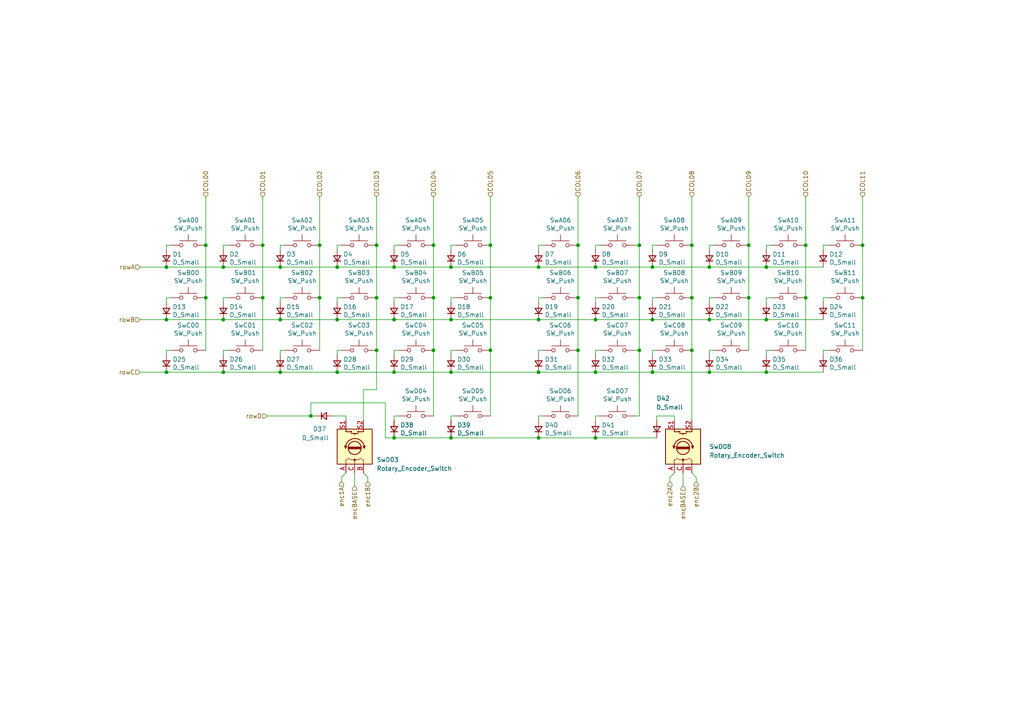
<source format=kicad_sch>
(kicad_sch (version 20210621) (generator eeschema)
  (paper "A4")
  (lib_symbols
    (symbol "Device:D_Small" (pin_numbers hide) (pin_names (offset 0.254) hide)
      (property "Reference" "D" (at -1.27 2.032 0))
      (property "Value" "Device_D_Small" (at -3.81 -2.032 0))
      (symbol "D_Small_0_1"
        (polyline (pts (xy -0.762 -1.016) (xy -0.762 1.016)) (stroke (width 0.254)))
        (polyline (pts (xy -0.762 0) (xy 0.762 0)))
        (polyline (pts (xy 0.762 -1.016) (xy -0.762 0) (xy 0.762 1.016) (xy 0.762 -1.016)) (stroke (width 0.254)))
      )
      (symbol "D_Small_1_1"
        (pin passive line (at -2.54 0 0) (length 1.778) (name "K") (number "1"))
        (pin passive line (at 2.54 0 180) (length 1.778) (name "A") (number "2"))
      )
    )
    (symbol "Device:Rotary_Encoder_Switch" (pin_names (offset 0.254) hide)
      (property "Reference" "SW" (at 0 6.604 0))
      (property "Value" "Device_Rotary_Encoder_Switch" (at 0 -6.604 0))
      (symbol "Rotary_Encoder_Switch_0_1"
        (arc (start -0.381 -2.794) (end -0.381 2.667) (radius (at -0.381 -0.0508) (length 2.7432) (angles -89.9 89.9)) (stroke (width 0.254)))
        (circle (center -0.381 0) (radius 1.905) (stroke (width 0.254)))
        (circle (center 4.318 -1.016) (radius 0.127) (stroke (width 0.254)))
        (circle (center 4.318 1.016) (radius 0.127) (stroke (width 0.254)))
        (circle (center -3.81 0) (radius 0.254) (fill (type outline)))
        (rectangle (start -5.08 5.08) (end 5.08 -5.08) (stroke (width 0.254)) (fill (type background)))
        (polyline (pts (xy -0.635 -1.778) (xy -0.635 1.778)) (stroke (width 0.254)))
        (polyline (pts (xy -0.381 -1.778) (xy -0.381 1.778)) (stroke (width 0.254)))
        (polyline (pts (xy -0.127 1.778) (xy -0.127 -1.778)) (stroke (width 0.254)))
        (polyline (pts (xy 3.81 0) (xy 3.429 0)) (stroke (width 0.254)))
        (polyline (pts (xy 3.81 1.016) (xy 3.81 -1.016)) (stroke (width 0.254)))
        (polyline (pts (xy -5.08 -2.54) (xy -3.81 -2.54) (xy -3.81 -2.032)))
        (polyline (pts (xy -5.08 2.54) (xy -3.81 2.54) (xy -3.81 2.032)))
        (polyline (pts (xy 0.254 -3.048) (xy -0.508 -2.794) (xy 0.127 -2.413)) (stroke (width 0.254)))
        (polyline (pts (xy 0.254 2.921) (xy -0.508 2.667) (xy 0.127 2.286)) (stroke (width 0.254)))
        (polyline (pts (xy 5.08 -2.54) (xy 4.318 -2.54) (xy 4.318 -1.016)) (stroke (width 0.254)))
        (polyline (pts (xy 5.08 2.54) (xy 4.318 2.54) (xy 4.318 1.016)) (stroke (width 0.254)))
        (polyline (pts (xy -5.08 0) (xy -3.81 0) (xy -3.81 -1.016) (xy -3.302 -2.032)))
        (polyline (pts (xy -4.318 0) (xy -3.81 0) (xy -3.81 1.016) (xy -3.302 2.032)))
      )
      (symbol "Rotary_Encoder_Switch_1_1"
        (pin passive line (at -7.62 2.54 0) (length 2.54) (name "A") (number "A"))
        (pin passive line (at -7.62 -2.54 0) (length 2.54) (name "B") (number "B"))
        (pin passive line (at -7.62 0 0) (length 2.54) (name "C") (number "C"))
        (pin passive line (at 7.62 2.54 180) (length 2.54) (name "S1") (number "S1"))
        (pin passive line (at 7.62 -2.54 180) (length 2.54) (name "S2") (number "S2"))
      )
    )
    (symbol "Switch:SW_Push" (pin_numbers hide) (pin_names (offset 1.016) hide)
      (property "Reference" "SW" (at 1.27 2.54 0))
      (property "Value" "Switch_SW_Push" (at 0 -1.524 0))
      (symbol "SW_Push_0_1"
        (circle (center -2.032 0) (radius 0.508))
        (circle (center 2.032 0) (radius 0.508))
        (polyline (pts (xy 0 1.27) (xy 0 3.048)))
        (polyline (pts (xy 2.54 1.27) (xy -2.54 1.27)))
        (pin passive line (at -5.08 0 0) (length 2.54) (name "1") (number "1"))
        (pin passive line (at 5.08 0 180) (length 2.54) (name "2") (number "2"))
      )
    )
  )
  (junction (at 48.26 77.47))
  (junction (at 48.26 92.71))
  (junction (at 48.26 107.95))
  (junction (at 59.69 71.12))
  (junction (at 59.69 86.36))
  (junction (at 64.77 77.47))
  (junction (at 64.77 92.71))
  (junction (at 64.77 107.95))
  (junction (at 76.2 71.12))
  (junction (at 76.2 86.36))
  (junction (at 81.28 77.47))
  (junction (at 81.28 92.71))
  (junction (at 81.28 107.95))
  (junction (at 90.17 120.65))
  (junction (at 92.71 71.12))
  (junction (at 92.71 86.36))
  (junction (at 97.79 77.47))
  (junction (at 97.79 92.71))
  (junction (at 97.79 107.95))
  (junction (at 109.22 71.12))
  (junction (at 109.22 86.36))
  (junction (at 109.22 101.6))
  (junction (at 114.3 77.47))
  (junction (at 114.3 92.71))
  (junction (at 114.3 107.95))
  (junction (at 114.3 127))
  (junction (at 125.73 71.12))
  (junction (at 125.73 86.36))
  (junction (at 125.73 101.6))
  (junction (at 130.81 77.47))
  (junction (at 130.81 92.71))
  (junction (at 130.81 107.95))
  (junction (at 130.81 127))
  (junction (at 142.24 71.12))
  (junction (at 142.24 86.36))
  (junction (at 142.24 101.6))
  (junction (at 156.21 77.47))
  (junction (at 156.21 92.71))
  (junction (at 156.21 107.95))
  (junction (at 156.21 127))
  (junction (at 167.64 71.12))
  (junction (at 167.64 86.36))
  (junction (at 167.64 101.6))
  (junction (at 172.72 77.47))
  (junction (at 172.72 92.71))
  (junction (at 172.72 107.95))
  (junction (at 172.72 127))
  (junction (at 185.42 71.12))
  (junction (at 185.42 86.36))
  (junction (at 185.42 101.6))
  (junction (at 189.23 77.47))
  (junction (at 189.23 92.71))
  (junction (at 189.23 107.95))
  (junction (at 200.66 71.12))
  (junction (at 200.66 86.36))
  (junction (at 200.66 101.6))
  (junction (at 205.74 77.47))
  (junction (at 205.74 92.71))
  (junction (at 205.74 107.95))
  (junction (at 217.17 71.12))
  (junction (at 217.17 86.36))
  (junction (at 222.25 77.47))
  (junction (at 222.25 92.71))
  (junction (at 222.25 107.95))
  (junction (at 233.68 71.12))
  (junction (at 233.68 86.36))
  (junction (at 250.19 71.12))
  (junction (at 250.19 86.36))
  (wire (pts (xy 40.64 77.47) (xy 48.26 77.47)))
  (wire (pts (xy 40.64 92.71) (xy 48.26 92.71)))
  (wire (pts (xy 40.64 107.95) (xy 48.26 107.95)))
  (wire (pts (xy 48.26 71.12) (xy 49.53 71.12)))
  (wire (pts (xy 48.26 72.39) (xy 48.26 71.12)))
  (wire (pts (xy 48.26 77.47) (xy 64.77 77.47)))
  (wire (pts (xy 48.26 86.36) (xy 49.53 86.36)))
  (wire (pts (xy 48.26 87.63) (xy 48.26 86.36)))
  (wire (pts (xy 48.26 92.71) (xy 64.77 92.71)))
  (wire (pts (xy 48.26 101.6) (xy 49.53 101.6)))
  (wire (pts (xy 48.26 102.87) (xy 48.26 101.6)))
  (wire (pts (xy 48.26 107.95) (xy 64.77 107.95)))
  (wire (pts (xy 59.69 57.15) (xy 59.69 71.12)))
  (wire (pts (xy 59.69 71.12) (xy 59.69 86.36)))
  (wire (pts (xy 59.69 86.36) (xy 59.69 101.6)))
  (wire (pts (xy 64.77 71.12) (xy 66.04 71.12)))
  (wire (pts (xy 64.77 72.39) (xy 64.77 71.12)))
  (wire (pts (xy 64.77 77.47) (xy 81.28 77.47)))
  (wire (pts (xy 64.77 86.36) (xy 66.04 86.36)))
  (wire (pts (xy 64.77 87.63) (xy 64.77 86.36)))
  (wire (pts (xy 64.77 92.71) (xy 81.28 92.71)))
  (wire (pts (xy 64.77 101.6) (xy 66.04 101.6)))
  (wire (pts (xy 64.77 102.87) (xy 64.77 101.6)))
  (wire (pts (xy 64.77 107.95) (xy 81.28 107.95)))
  (wire (pts (xy 76.2 57.15) (xy 76.2 71.12)))
  (wire (pts (xy 76.2 71.12) (xy 76.2 86.36)))
  (wire (pts (xy 76.2 86.36) (xy 76.2 101.6)))
  (wire (pts (xy 77.47 120.65) (xy 90.17 120.65)))
  (wire (pts (xy 81.28 71.12) (xy 82.55 71.12)))
  (wire (pts (xy 81.28 72.39) (xy 81.28 71.12)))
  (wire (pts (xy 81.28 77.47) (xy 97.79 77.47)))
  (wire (pts (xy 81.28 86.36) (xy 82.55 86.36)))
  (wire (pts (xy 81.28 87.63) (xy 81.28 86.36)))
  (wire (pts (xy 81.28 92.71) (xy 97.79 92.71)))
  (wire (pts (xy 81.28 101.6) (xy 82.55 101.6)))
  (wire (pts (xy 81.28 102.87) (xy 81.28 101.6)))
  (wire (pts (xy 81.28 107.95) (xy 97.79 107.95)))
  (wire (pts (xy 90.17 116.84) (xy 90.17 120.65)))
  (wire (pts (xy 90.17 120.65) (xy 91.44 120.65)))
  (wire (pts (xy 92.71 57.15) (xy 92.71 71.12)))
  (wire (pts (xy 92.71 71.12) (xy 92.71 86.36)))
  (wire (pts (xy 92.71 86.36) (xy 92.71 101.6)))
  (wire (pts (xy 97.79 71.12) (xy 99.06 71.12)))
  (wire (pts (xy 97.79 72.39) (xy 97.79 71.12)))
  (wire (pts (xy 97.79 77.47) (xy 114.3 77.47)))
  (wire (pts (xy 97.79 86.36) (xy 99.06 86.36)))
  (wire (pts (xy 97.79 87.63) (xy 97.79 86.36)))
  (wire (pts (xy 97.79 92.71) (xy 114.3 92.71)))
  (wire (pts (xy 97.79 101.6) (xy 99.06 101.6)))
  (wire (pts (xy 97.79 102.87) (xy 97.79 101.6)))
  (wire (pts (xy 97.79 107.95) (xy 114.3 107.95)))
  (wire (pts (xy 99.06 138.43) (xy 99.06 139.7)))
  (wire (pts (xy 100.33 120.65) (xy 96.52 120.65)))
  (wire (pts (xy 100.33 121.92) (xy 100.33 120.65)))
  (wire (pts (xy 100.33 137.16) (xy 99.06 138.43)))
  (wire (pts (xy 102.87 140.97) (xy 102.87 137.16)))
  (wire (pts (xy 105.41 113.03) (xy 105.41 121.92)))
  (wire (pts (xy 105.41 137.16) (xy 106.68 138.43)))
  (wire (pts (xy 106.68 139.7) (xy 106.68 138.43)))
  (wire (pts (xy 109.22 57.15) (xy 109.22 71.12)))
  (wire (pts (xy 109.22 71.12) (xy 109.22 86.36)))
  (wire (pts (xy 109.22 86.36) (xy 109.22 101.6)))
  (wire (pts (xy 109.22 101.6) (xy 109.22 113.03)))
  (wire (pts (xy 109.22 113.03) (xy 105.41 113.03)))
  (wire (pts (xy 111.76 116.84) (xy 90.17 116.84)))
  (wire (pts (xy 111.76 127) (xy 111.76 116.84)))
  (wire (pts (xy 114.3 71.12) (xy 115.57 71.12)))
  (wire (pts (xy 114.3 72.39) (xy 114.3 71.12)))
  (wire (pts (xy 114.3 77.47) (xy 130.81 77.47)))
  (wire (pts (xy 114.3 86.36) (xy 115.57 86.36)))
  (wire (pts (xy 114.3 87.63) (xy 114.3 86.36)))
  (wire (pts (xy 114.3 92.71) (xy 130.81 92.71)))
  (wire (pts (xy 114.3 101.6) (xy 115.57 101.6)))
  (wire (pts (xy 114.3 102.87) (xy 114.3 101.6)))
  (wire (pts (xy 114.3 107.95) (xy 130.81 107.95)))
  (wire (pts (xy 114.3 120.65) (xy 115.57 120.65)))
  (wire (pts (xy 114.3 121.92) (xy 114.3 120.65)))
  (wire (pts (xy 114.3 127) (xy 111.76 127)))
  (wire (pts (xy 114.3 127) (xy 130.81 127)))
  (wire (pts (xy 125.73 57.15) (xy 125.73 71.12)))
  (wire (pts (xy 125.73 71.12) (xy 125.73 86.36)))
  (wire (pts (xy 125.73 86.36) (xy 125.73 101.6)))
  (wire (pts (xy 125.73 101.6) (xy 125.73 120.65)))
  (wire (pts (xy 130.81 71.12) (xy 132.08 71.12)))
  (wire (pts (xy 130.81 72.39) (xy 130.81 71.12)))
  (wire (pts (xy 130.81 77.47) (xy 156.21 77.47)))
  (wire (pts (xy 130.81 86.36) (xy 132.08 86.36)))
  (wire (pts (xy 130.81 87.63) (xy 130.81 86.36)))
  (wire (pts (xy 130.81 92.71) (xy 156.21 92.71)))
  (wire (pts (xy 130.81 101.6) (xy 132.08 101.6)))
  (wire (pts (xy 130.81 102.87) (xy 130.81 101.6)))
  (wire (pts (xy 130.81 107.95) (xy 156.21 107.95)))
  (wire (pts (xy 130.81 120.65) (xy 132.08 120.65)))
  (wire (pts (xy 130.81 121.92) (xy 130.81 120.65)))
  (wire (pts (xy 130.81 127) (xy 156.21 127)))
  (wire (pts (xy 142.24 57.15) (xy 142.24 71.12)))
  (wire (pts (xy 142.24 71.12) (xy 142.24 86.36)))
  (wire (pts (xy 142.24 86.36) (xy 142.24 101.6)))
  (wire (pts (xy 142.24 101.6) (xy 142.24 120.65)))
  (wire (pts (xy 156.21 71.12) (xy 157.48 71.12)))
  (wire (pts (xy 156.21 72.39) (xy 156.21 71.12)))
  (wire (pts (xy 156.21 77.47) (xy 172.72 77.47)))
  (wire (pts (xy 156.21 86.36) (xy 157.48 86.36)))
  (wire (pts (xy 156.21 87.63) (xy 156.21 86.36)))
  (wire (pts (xy 156.21 92.71) (xy 172.72 92.71)))
  (wire (pts (xy 156.21 101.6) (xy 157.48 101.6)))
  (wire (pts (xy 156.21 102.87) (xy 156.21 101.6)))
  (wire (pts (xy 156.21 107.95) (xy 172.72 107.95)))
  (wire (pts (xy 156.21 120.65) (xy 157.48 120.65)))
  (wire (pts (xy 156.21 121.92) (xy 156.21 120.65)))
  (wire (pts (xy 156.21 127) (xy 172.72 127)))
  (wire (pts (xy 167.64 57.15) (xy 167.64 71.12)))
  (wire (pts (xy 167.64 71.12) (xy 167.64 86.36)))
  (wire (pts (xy 167.64 86.36) (xy 167.64 101.6)))
  (wire (pts (xy 167.64 101.6) (xy 167.64 120.65)))
  (wire (pts (xy 172.72 71.12) (xy 173.99 71.12)))
  (wire (pts (xy 172.72 72.39) (xy 172.72 71.12)))
  (wire (pts (xy 172.72 77.47) (xy 189.23 77.47)))
  (wire (pts (xy 172.72 86.36) (xy 173.99 86.36)))
  (wire (pts (xy 172.72 87.63) (xy 172.72 86.36)))
  (wire (pts (xy 172.72 92.71) (xy 189.23 92.71)))
  (wire (pts (xy 172.72 101.6) (xy 173.99 101.6)))
  (wire (pts (xy 172.72 102.87) (xy 172.72 101.6)))
  (wire (pts (xy 172.72 107.95) (xy 189.23 107.95)))
  (wire (pts (xy 172.72 120.65) (xy 173.99 120.65)))
  (wire (pts (xy 172.72 121.92) (xy 172.72 120.65)))
  (wire (pts (xy 184.15 71.12) (xy 185.42 71.12)))
  (wire (pts (xy 184.15 86.36) (xy 185.42 86.36)))
  (wire (pts (xy 184.15 101.6) (xy 185.42 101.6)))
  (wire (pts (xy 185.42 57.15) (xy 185.42 71.12)))
  (wire (pts (xy 185.42 71.12) (xy 185.42 86.36)))
  (wire (pts (xy 185.42 86.36) (xy 185.42 101.6)))
  (wire (pts (xy 185.42 101.6) (xy 185.42 120.65)))
  (wire (pts (xy 185.42 120.65) (xy 184.15 120.65)))
  (wire (pts (xy 189.23 71.12) (xy 190.5 71.12)))
  (wire (pts (xy 189.23 72.39) (xy 189.23 71.12)))
  (wire (pts (xy 189.23 77.47) (xy 205.74 77.47)))
  (wire (pts (xy 189.23 86.36) (xy 190.5 86.36)))
  (wire (pts (xy 189.23 87.63) (xy 189.23 86.36)))
  (wire (pts (xy 189.23 92.71) (xy 205.74 92.71)))
  (wire (pts (xy 189.23 101.6) (xy 190.5 101.6)))
  (wire (pts (xy 189.23 102.87) (xy 189.23 101.6)))
  (wire (pts (xy 189.23 107.95) (xy 205.74 107.95)))
  (wire (pts (xy 190.5 120.65) (xy 190.5 121.92)))
  (wire (pts (xy 190.5 127) (xy 172.72 127)))
  (wire (pts (xy 194.31 138.43) (xy 194.31 139.7)))
  (wire (pts (xy 195.58 120.65) (xy 190.5 120.65)))
  (wire (pts (xy 195.58 121.92) (xy 195.58 120.65)))
  (wire (pts (xy 195.58 137.16) (xy 194.31 138.43)))
  (wire (pts (xy 198.12 140.97) (xy 198.12 137.16)))
  (wire (pts (xy 200.66 57.15) (xy 200.66 71.12)))
  (wire (pts (xy 200.66 71.12) (xy 200.66 86.36)))
  (wire (pts (xy 200.66 86.36) (xy 200.66 101.6)))
  (wire (pts (xy 200.66 101.6) (xy 200.66 121.92)))
  (wire (pts (xy 200.66 137.16) (xy 201.93 138.43)))
  (wire (pts (xy 201.93 138.43) (xy 201.93 139.7)))
  (wire (pts (xy 205.74 71.12) (xy 207.01 71.12)))
  (wire (pts (xy 205.74 72.39) (xy 205.74 71.12)))
  (wire (pts (xy 205.74 77.47) (xy 222.25 77.47)))
  (wire (pts (xy 205.74 86.36) (xy 207.01 86.36)))
  (wire (pts (xy 205.74 87.63) (xy 205.74 86.36)))
  (wire (pts (xy 205.74 92.71) (xy 222.25 92.71)))
  (wire (pts (xy 205.74 101.6) (xy 207.01 101.6)))
  (wire (pts (xy 205.74 102.87) (xy 205.74 101.6)))
  (wire (pts (xy 205.74 107.95) (xy 222.25 107.95)))
  (wire (pts (xy 217.17 57.15) (xy 217.17 71.12)))
  (wire (pts (xy 217.17 71.12) (xy 217.17 86.36)))
  (wire (pts (xy 217.17 86.36) (xy 217.17 101.6)))
  (wire (pts (xy 222.25 71.12) (xy 223.52 71.12)))
  (wire (pts (xy 222.25 72.39) (xy 222.25 71.12)))
  (wire (pts (xy 222.25 77.47) (xy 238.76 77.47)))
  (wire (pts (xy 222.25 86.36) (xy 223.52 86.36)))
  (wire (pts (xy 222.25 87.63) (xy 222.25 86.36)))
  (wire (pts (xy 222.25 92.71) (xy 238.76 92.71)))
  (wire (pts (xy 222.25 101.6) (xy 223.52 101.6)))
  (wire (pts (xy 222.25 102.87) (xy 222.25 101.6)))
  (wire (pts (xy 222.25 107.95) (xy 238.76 107.95)))
  (wire (pts (xy 233.68 57.15) (xy 233.68 71.12)))
  (wire (pts (xy 233.68 71.12) (xy 233.68 86.36)))
  (wire (pts (xy 233.68 86.36) (xy 233.68 101.6)))
  (wire (pts (xy 238.76 71.12) (xy 240.03 71.12)))
  (wire (pts (xy 238.76 72.39) (xy 238.76 71.12)))
  (wire (pts (xy 238.76 86.36) (xy 240.03 86.36)))
  (wire (pts (xy 238.76 87.63) (xy 238.76 86.36)))
  (wire (pts (xy 238.76 101.6) (xy 240.03 101.6)))
  (wire (pts (xy 238.76 102.87) (xy 238.76 101.6)))
  (wire (pts (xy 250.19 57.15) (xy 250.19 71.12)))
  (wire (pts (xy 250.19 71.12) (xy 250.19 86.36)))
  (wire (pts (xy 250.19 86.36) (xy 250.19 101.6)))
  (hierarchical_label "rowA" (shape input) (at 40.64 77.47 180))
  (hierarchical_label "rowB" (shape input) (at 40.64 92.71 180))
  (hierarchical_label "rowC" (shape input) (at 40.64 107.95 180))
  (hierarchical_label "COL00" (shape input) (at 59.69 57.15 90))
  (hierarchical_label "COL01" (shape input) (at 76.2 57.15 90))
  (hierarchical_label "rowD" (shape input) (at 77.47 120.65 180))
  (hierarchical_label "COL02" (shape input) (at 92.71 57.15 90))
  (hierarchical_label "enc1A" (shape input) (at 99.06 139.7 270))
  (hierarchical_label "encBASE" (shape input) (at 102.87 140.97 270))
  (hierarchical_label "enc1B" (shape input) (at 106.68 139.7 270))
  (hierarchical_label "COL03" (shape input) (at 109.22 57.15 90))
  (hierarchical_label "COL04" (shape input) (at 125.73 57.15 90))
  (hierarchical_label "COL05" (shape input) (at 142.24 57.15 90))
  (hierarchical_label "COL06" (shape input) (at 167.64 57.15 90))
  (hierarchical_label "COL07" (shape input) (at 185.42 57.15 90))
  (hierarchical_label "enc2A" (shape input) (at 194.31 139.7 270))
  (hierarchical_label "encBASE" (shape input) (at 198.12 140.97 270))
  (hierarchical_label "COL08" (shape input) (at 200.66 57.15 90))
  (hierarchical_label "enc2B" (shape input) (at 201.93 139.7 270))
  (hierarchical_label "COL09" (shape input) (at 217.17 57.15 90))
  (hierarchical_label "COL10" (shape input) (at 233.68 57.15 90))
  (hierarchical_label "COL11" (shape input) (at 250.19 57.15 90))
  (symbol (lib_id "Device:D_Small") (at 48.26 74.93 90) (unit 1)
    (property "Reference" "D1" (at 50.038 73.7616 90) (effects (justify right)))
    (property "Value" "D_Small" (at 50.038 76.073 90) (effects (justify right)))
    (property "Footprint" "Diode_SMD:D_SOD-123" (effects hide))
    (property "JLC" "SOD-123" (effects hide))
    (property "LCSC" "C81598" (effects hide))
  )
  (symbol (lib_id "Device:D_Small") (at 48.26 90.17 90) (unit 1)
    (property "Reference" "D13" (at 50.038 89.0016 90) (effects (justify right)))
    (property "Value" "D_Small" (at 50.038 91.313 90) (effects (justify right)))
    (property "Footprint" "Diode_SMD:D_SOD-123" (effects hide))
    (property "JLC" "SOD-123" (effects hide))
    (property "LCSC" "C81598" (effects hide))
  )
  (symbol (lib_id "Device:D_Small") (at 48.26 105.41 90) (unit 1)
    (property "Reference" "D25" (at 50.038 104.2416 90) (effects (justify right)))
    (property "Value" "D_Small" (at 50.038 106.553 90) (effects (justify right)))
    (property "Footprint" "Diode_SMD:D_SOD-123" (effects hide))
    (property "JLC" "SOD-123" (effects hide))
    (property "LCSC" "C81598" (effects hide))
  )
  (symbol (lib_id "Device:D_Small") (at 64.77 74.93 90) (unit 1)
    (property "Reference" "D2" (at 66.548 73.7616 90) (effects (justify right)))
    (property "Value" "D_Small" (at 66.548 76.073 90) (effects (justify right)))
    (property "Footprint" "Diode_SMD:D_SOD-123" (effects hide))
    (property "JLC" "SOD-123" (effects hide))
    (property "LCSC" "C81598" (effects hide))
  )
  (symbol (lib_id "Device:D_Small") (at 64.77 90.17 90) (unit 1)
    (property "Reference" "D14" (at 66.548 89.0016 90) (effects (justify right)))
    (property "Value" "D_Small" (at 66.548 91.313 90) (effects (justify right)))
    (property "Footprint" "Diode_SMD:D_SOD-123" (effects hide))
    (property "JLC" "SOD-123" (effects hide))
    (property "LCSC" "C81598" (effects hide))
  )
  (symbol (lib_id "Device:D_Small") (at 64.77 105.41 90) (unit 1)
    (property "Reference" "D26" (at 66.548 104.2416 90) (effects (justify right)))
    (property "Value" "D_Small" (at 66.548 106.553 90) (effects (justify right)))
    (property "Footprint" "Diode_SMD:D_SOD-123" (effects hide))
    (property "JLC" "SOD-123" (effects hide))
    (property "LCSC" "C81598" (effects hide))
  )
  (symbol (lib_id "Device:D_Small") (at 81.28 74.93 90) (unit 1)
    (property "Reference" "D3" (at 83.058 73.7616 90) (effects (justify right)))
    (property "Value" "D_Small" (at 83.058 76.073 90) (effects (justify right)))
    (property "Footprint" "Diode_SMD:D_SOD-123" (effects hide))
    (property "JLC" "SOD-123" (effects hide))
    (property "LCSC" "C81598" (effects hide))
  )
  (symbol (lib_id "Device:D_Small") (at 81.28 90.17 90) (unit 1)
    (property "Reference" "D15" (at 83.058 89.0016 90) (effects (justify right)))
    (property "Value" "D_Small" (at 83.058 91.313 90) (effects (justify right)))
    (property "Footprint" "Diode_SMD:D_SOD-123" (effects hide))
    (property "JLC" "SOD-123" (effects hide))
    (property "LCSC" "C81598" (effects hide))
  )
  (symbol (lib_id "Device:D_Small") (at 81.28 105.41 90) (unit 1)
    (property "Reference" "D27" (at 83.058 104.2416 90) (effects (justify right)))
    (property "Value" "D_Small" (at 83.058 106.553 90) (effects (justify right)))
    (property "Footprint" "Diode_SMD:D_SOD-123" (effects hide))
    (property "JLC" "SOD-123" (effects hide))
    (property "LCSC" "C81598" (effects hide))
  )
  (symbol (lib_id "Device:D_Small") (at 93.98 120.65 0) (unit 1)
    (property "Reference" "D37" (at 92.71 124.46 0))
    (property "Value" "D_Small" (at 91.44 127 0))
    (property "Footprint" "Diode_SMD:D_SOD-123" (effects hide))
    (property "JLC" "SOD-123" (effects hide))
    (property "LCSC" "C81598" (effects hide))
  )
  (symbol (lib_id "Device:D_Small") (at 97.79 74.93 90) (unit 1)
    (property "Reference" "D4" (at 99.568 73.7616 90) (effects (justify right)))
    (property "Value" "D_Small" (at 99.568 76.073 90) (effects (justify right)))
    (property "Footprint" "Diode_SMD:D_SOD-123" (effects hide))
    (property "JLC" "SOD-123" (effects hide))
    (property "LCSC" "C81598" (effects hide))
  )
  (symbol (lib_id "Device:D_Small") (at 97.79 90.17 90) (unit 1)
    (property "Reference" "D16" (at 99.568 89.0016 90) (effects (justify right)))
    (property "Value" "D_Small" (at 99.568 91.313 90) (effects (justify right)))
    (property "Footprint" "Diode_SMD:D_SOD-123" (effects hide))
    (property "JLC" "SOD-123" (effects hide))
    (property "LCSC" "C81598" (effects hide))
  )
  (symbol (lib_id "Device:D_Small") (at 97.79 105.41 90) (unit 1)
    (property "Reference" "D28" (at 99.568 104.2416 90) (effects (justify right)))
    (property "Value" "D_Small" (at 99.568 106.553 90) (effects (justify right)))
    (property "Footprint" "Diode_SMD:D_SOD-123" (effects hide))
    (property "JLC" "SOD-123" (effects hide))
    (property "LCSC" "C81598" (effects hide))
  )
  (symbol (lib_id "Device:D_Small") (at 114.3 74.93 90) (unit 1)
    (property "Reference" "D5" (at 116.078 73.7616 90) (effects (justify right)))
    (property "Value" "D_Small" (at 116.078 76.073 90) (effects (justify right)))
    (property "Footprint" "Diode_SMD:D_SOD-123" (effects hide))
    (property "JLC" "SOD-123" (effects hide))
    (property "LCSC" "C81598" (effects hide))
  )
  (symbol (lib_id "Device:D_Small") (at 114.3 90.17 90) (unit 1)
    (property "Reference" "D17" (at 116.078 89.0016 90) (effects (justify right)))
    (property "Value" "D_Small" (at 116.078 91.313 90) (effects (justify right)))
    (property "Footprint" "Diode_SMD:D_SOD-123" (effects hide))
    (property "JLC" "SOD-123" (effects hide))
    (property "LCSC" "C81598" (effects hide))
  )
  (symbol (lib_id "Device:D_Small") (at 114.3 105.41 90) (unit 1)
    (property "Reference" "D29" (at 116.078 104.2416 90) (effects (justify right)))
    (property "Value" "D_Small" (at 116.078 106.553 90) (effects (justify right)))
    (property "Footprint" "Diode_SMD:D_SOD-123" (effects hide))
    (property "JLC" "SOD-123" (effects hide))
    (property "LCSC" "C81598" (effects hide))
  )
  (symbol (lib_id "Device:D_Small") (at 114.3 124.46 90) (unit 1)
    (property "Reference" "D38" (at 116.078 123.2916 90) (effects (justify right)))
    (property "Value" "D_Small" (at 116.078 125.603 90) (effects (justify right)))
    (property "Footprint" "Diode_SMD:D_SOD-123" (effects hide))
    (property "JLC" "SOD-123" (effects hide))
    (property "LCSC" "C81598" (effects hide))
  )
  (symbol (lib_id "Device:D_Small") (at 130.81 74.93 90) (unit 1)
    (property "Reference" "D6" (at 132.588 73.7616 90) (effects (justify right)))
    (property "Value" "D_Small" (at 132.588 76.073 90) (effects (justify right)))
    (property "Footprint" "Diode_SMD:D_SOD-123" (effects hide))
    (property "JLC" "SOD-123" (effects hide))
    (property "LCSC" "C81598" (effects hide))
  )
  (symbol (lib_id "Device:D_Small") (at 130.81 90.17 90) (unit 1)
    (property "Reference" "D18" (at 132.588 89.0016 90) (effects (justify right)))
    (property "Value" "D_Small" (at 132.588 91.313 90) (effects (justify right)))
    (property "Footprint" "Diode_SMD:D_SOD-123" (effects hide))
    (property "JLC" "SOD-123" (effects hide))
    (property "LCSC" "C81598" (effects hide))
  )
  (symbol (lib_id "Device:D_Small") (at 130.81 105.41 90) (unit 1)
    (property "Reference" "D30" (at 132.588 104.2416 90) (effects (justify right)))
    (property "Value" "D_Small" (at 132.588 106.553 90) (effects (justify right)))
    (property "Footprint" "Diode_SMD:D_SOD-123" (effects hide))
    (property "JLC" "SOD-123" (effects hide))
    (property "LCSC" "C81598" (effects hide))
  )
  (symbol (lib_id "Device:D_Small") (at 130.81 124.46 90) (unit 1)
    (property "Reference" "D39" (at 132.588 123.2916 90) (effects (justify right)))
    (property "Value" "D_Small" (at 132.588 125.603 90) (effects (justify right)))
    (property "Footprint" "Diode_SMD:D_SOD-123" (effects hide))
    (property "JLC" "SOD-123" (effects hide))
    (property "LCSC" "C81598" (effects hide))
  )
  (symbol (lib_id "Device:D_Small") (at 156.21 74.93 90) (unit 1)
    (property "Reference" "D7" (at 157.988 73.7616 90) (effects (justify right)))
    (property "Value" "D_Small" (at 157.988 76.073 90) (effects (justify right)))
    (property "Footprint" "Diode_SMD:D_SOD-123" (effects hide))
    (property "JLC" "SOD-123" (effects hide))
    (property "LCSC" "C81598" (effects hide))
  )
  (symbol (lib_id "Device:D_Small") (at 156.21 90.17 90) (unit 1)
    (property "Reference" "D19" (at 157.988 89.0016 90) (effects (justify right)))
    (property "Value" "D_Small" (at 157.988 91.313 90) (effects (justify right)))
    (property "Footprint" "Diode_SMD:D_SOD-123" (effects hide))
    (property "JLC" "SOD-123" (effects hide))
    (property "LCSC" "C81598" (effects hide))
  )
  (symbol (lib_id "Device:D_Small") (at 156.21 105.41 90) (unit 1)
    (property "Reference" "D31" (at 157.988 104.2416 90) (effects (justify right)))
    (property "Value" "D_Small" (at 157.988 106.553 90) (effects (justify right)))
    (property "Footprint" "Diode_SMD:D_SOD-123" (effects hide))
    (property "JLC" "SOD-123" (effects hide))
    (property "LCSC" "C81598" (effects hide))
  )
  (symbol (lib_id "Device:D_Small") (at 156.21 124.46 90) (unit 1)
    (property "Reference" "D40" (at 157.988 123.2916 90) (effects (justify right)))
    (property "Value" "D_Small" (at 157.988 125.603 90) (effects (justify right)))
    (property "Footprint" "Diode_SMD:D_SOD-123" (effects hide))
    (property "JLC" "SOD-123" (effects hide))
    (property "LCSC" "C81598" (effects hide))
  )
  (symbol (lib_id "Device:D_Small") (at 172.72 74.93 90) (unit 1)
    (property "Reference" "D8" (at 174.498 73.7616 90) (effects (justify right)))
    (property "Value" "D_Small" (at 174.498 76.073 90) (effects (justify right)))
    (property "Footprint" "Diode_SMD:D_SOD-123" (effects hide))
    (property "JLC" "SOD-123" (effects hide))
    (property "LCSC" "C81598" (effects hide))
  )
  (symbol (lib_id "Device:D_Small") (at 172.72 90.17 90) (unit 1)
    (property "Reference" "D20" (at 174.498 89.0016 90) (effects (justify right)))
    (property "Value" "D_Small" (at 174.498 91.313 90) (effects (justify right)))
    (property "Footprint" "Diode_SMD:D_SOD-123" (effects hide))
    (property "JLC" "SOD-123" (effects hide))
    (property "LCSC" "C81598" (effects hide))
  )
  (symbol (lib_id "Device:D_Small") (at 172.72 105.41 90) (unit 1)
    (property "Reference" "D32" (at 174.498 104.2416 90) (effects (justify right)))
    (property "Value" "D_Small" (at 174.498 106.553 90) (effects (justify right)))
    (property "Footprint" "Diode_SMD:D_SOD-123" (effects hide))
    (property "JLC" "SOD-123" (effects hide))
    (property "LCSC" "C81598" (effects hide))
  )
  (symbol (lib_id "Device:D_Small") (at 172.72 124.46 90) (unit 1)
    (property "Reference" "D41" (at 174.498 123.2916 90) (effects (justify right)))
    (property "Value" "D_Small" (at 174.498 125.603 90) (effects (justify right)))
    (property "Footprint" "Diode_SMD:D_SOD-123" (effects hide))
    (property "JLC" "SOD-123" (effects hide))
    (property "LCSC" "C81598" (effects hide))
  )
  (symbol (lib_id "Device:D_Small") (at 189.23 74.93 90) (unit 1)
    (property "Reference" "D9" (at 191.008 73.7616 90) (effects (justify right)))
    (property "Value" "D_Small" (at 191.008 76.073 90) (effects (justify right)))
    (property "Footprint" "Diode_SMD:D_SOD-123" (effects hide))
    (property "JLC" "SOD-123" (effects hide))
    (property "LCSC" "C81598" (effects hide))
  )
  (symbol (lib_id "Device:D_Small") (at 189.23 90.17 90) (unit 1)
    (property "Reference" "D21" (at 191.008 89.0016 90) (effects (justify right)))
    (property "Value" "D_Small" (at 191.008 91.313 90) (effects (justify right)))
    (property "Footprint" "Diode_SMD:D_SOD-123" (effects hide))
    (property "JLC" "SOD-123" (effects hide))
    (property "LCSC" "C81598" (effects hide))
  )
  (symbol (lib_id "Device:D_Small") (at 189.23 105.41 90) (unit 1)
    (property "Reference" "D33" (at 191.008 104.2416 90) (effects (justify right)))
    (property "Value" "D_Small" (at 191.008 106.553 90) (effects (justify right)))
    (property "Footprint" "Diode_SMD:D_SOD-123" (effects hide))
    (property "JLC" "SOD-123" (effects hide))
    (property "LCSC" "C81598" (effects hide))
  )
  (symbol (lib_id "Device:D_Small") (at 190.5 124.46 90) (unit 1)
    (property "Reference" "D42" (at 194.31 115.57 90) (effects (justify left)))
    (property "Value" "D_Small" (at 198.12 118.11 90) (effects (justify left)))
    (property "Footprint" "Diode_SMD:D_SOD-123" (effects hide))
    (property "JLC" "SOD-123" (effects hide))
    (property "LCSC" "C81598" (effects hide))
  )
  (symbol (lib_id "Device:D_Small") (at 205.74 74.93 90) (unit 1)
    (property "Reference" "D10" (at 207.518 73.7616 90) (effects (justify right)))
    (property "Value" "D_Small" (at 207.518 76.073 90) (effects (justify right)))
    (property "Footprint" "Diode_SMD:D_SOD-123" (effects hide))
    (property "JLC" "SOD-123" (effects hide))
    (property "LCSC" "C81598" (effects hide))
  )
  (symbol (lib_id "Device:D_Small") (at 205.74 90.17 90) (unit 1)
    (property "Reference" "D22" (at 207.518 89.0016 90) (effects (justify right)))
    (property "Value" "D_Small" (at 207.518 91.313 90) (effects (justify right)))
    (property "Footprint" "Diode_SMD:D_SOD-123" (effects hide))
    (property "JLC" "SOD-123" (effects hide))
    (property "LCSC" "C81598" (effects hide))
  )
  (symbol (lib_id "Device:D_Small") (at 205.74 105.41 90) (unit 1)
    (property "Reference" "D34" (at 207.518 104.2416 90) (effects (justify right)))
    (property "Value" "D_Small" (at 207.518 106.553 90) (effects (justify right)))
    (property "Footprint" "Diode_SMD:D_SOD-123" (effects hide))
    (property "JLC" "SOD-123" (effects hide))
    (property "LCSC" "C81598" (effects hide))
  )
  (symbol (lib_id "Device:D_Small") (at 222.25 74.93 90) (unit 1)
    (property "Reference" "D11" (at 224.028 73.7616 90) (effects (justify right)))
    (property "Value" "D_Small" (at 224.028 76.073 90) (effects (justify right)))
    (property "Footprint" "Diode_SMD:D_SOD-123" (effects hide))
    (property "JLC" "SOD-123" (effects hide))
    (property "LCSC" "C81598" (effects hide))
  )
  (symbol (lib_id "Device:D_Small") (at 222.25 90.17 90) (unit 1)
    (property "Reference" "D23" (at 224.028 89.0016 90) (effects (justify right)))
    (property "Value" "D_Small" (at 224.028 91.313 90) (effects (justify right)))
    (property "Footprint" "Diode_SMD:D_SOD-123" (effects hide))
    (property "JLC" "SOD-123" (effects hide))
    (property "LCSC" "C81598" (effects hide))
  )
  (symbol (lib_id "Device:D_Small") (at 222.25 105.41 90) (unit 1)
    (property "Reference" "D35" (at 224.028 104.2416 90) (effects (justify right)))
    (property "Value" "D_Small" (at 224.028 106.553 90) (effects (justify right)))
    (property "Footprint" "Diode_SMD:D_SOD-123" (effects hide))
    (property "JLC" "SOD-123" (effects hide))
    (property "LCSC" "C81598" (effects hide))
  )
  (symbol (lib_id "Device:D_Small") (at 238.76 74.93 90) (unit 1)
    (property "Reference" "D12" (at 240.538 73.7616 90) (effects (justify right)))
    (property "Value" "D_Small" (at 240.538 76.073 90) (effects (justify right)))
    (property "Footprint" "Diode_SMD:D_SOD-123" (effects hide))
    (property "JLC" "SOD-123" (effects hide))
    (property "LCSC" "C81598" (effects hide))
  )
  (symbol (lib_id "Device:D_Small") (at 238.76 90.17 90) (unit 1)
    (property "Reference" "D24" (at 240.538 89.0016 90) (effects (justify right)))
    (property "Value" "D_Small" (at 240.538 91.313 90) (effects (justify right)))
    (property "Footprint" "Diode_SMD:D_SOD-123" (effects hide))
    (property "JLC" "SOD-123" (effects hide))
    (property "LCSC" "C81598" (effects hide))
  )
  (symbol (lib_id "Device:D_Small") (at 238.76 105.41 90) (unit 1)
    (property "Reference" "D36" (at 240.538 104.2416 90) (effects (justify right)))
    (property "Value" "D_Small" (at 240.538 106.553 90) (effects (justify right)))
    (property "Footprint" "Diode_SMD:D_SOD-123" (effects hide))
    (property "JLC" "SOD-123" (effects hide))
    (property "LCSC" "C81598" (effects hide))
  )
  (symbol (lib_id "Switch:SW_Push") (at 54.61 71.12 0) (unit 1)
    (property "Reference" "SwA00" (at 54.61 63.881 0))
    (property "Value" "SW_Push" (at 54.61 66.1924 0))
    (property "Footprint" "keebLib:pg1353" (effects hide))
  )
  (symbol (lib_id "Switch:SW_Push") (at 54.61 86.36 0) (unit 1)
    (property "Reference" "SwB00" (at 54.61 79.121 0))
    (property "Value" "SW_Push" (at 54.61 81.4324 0))
    (property "Footprint" "keebLib:pg1353" (effects hide))
  )
  (symbol (lib_id "Switch:SW_Push") (at 54.61 101.6 0) (unit 1)
    (property "Reference" "SwC00" (at 54.61 94.361 0))
    (property "Value" "SW_Push" (at 54.61 96.6724 0))
    (property "Footprint" "keebLib:pg1353" (effects hide))
  )
  (symbol (lib_id "Switch:SW_Push") (at 71.12 71.12 0) (unit 1)
    (property "Reference" "SwA01" (at 71.12 63.881 0))
    (property "Value" "SW_Push" (at 71.12 66.1924 0))
    (property "Footprint" "keebLib:pg1353" (effects hide))
  )
  (symbol (lib_id "Switch:SW_Push") (at 71.12 86.36 0) (unit 1)
    (property "Reference" "SwB01" (at 71.12 79.121 0))
    (property "Value" "SW_Push" (at 71.12 81.4324 0))
    (property "Footprint" "keebLib:pg1353" (effects hide))
  )
  (symbol (lib_id "Switch:SW_Push") (at 71.12 101.6 0) (unit 1)
    (property "Reference" "SwC01" (at 71.12 94.361 0))
    (property "Value" "SW_Push" (at 71.12 96.6724 0))
    (property "Footprint" "keebLib:pg1353" (effects hide))
  )
  (symbol (lib_id "Switch:SW_Push") (at 87.63 71.12 0) (unit 1)
    (property "Reference" "SwA02" (at 87.63 63.881 0))
    (property "Value" "SW_Push" (at 87.63 66.1924 0))
    (property "Footprint" "keebLib:pg1353" (effects hide))
  )
  (symbol (lib_id "Switch:SW_Push") (at 87.63 86.36 0) (unit 1)
    (property "Reference" "SwB02" (at 87.63 79.121 0))
    (property "Value" "SW_Push" (at 87.63 81.4324 0))
    (property "Footprint" "keebLib:pg1353" (effects hide))
  )
  (symbol (lib_id "Switch:SW_Push") (at 87.63 101.6 0) (unit 1)
    (property "Reference" "SwC02" (at 87.63 94.361 0))
    (property "Value" "SW_Push" (at 87.63 96.6724 0))
    (property "Footprint" "keebLib:pg1353" (effects hide))
  )
  (symbol (lib_id "Switch:SW_Push") (at 104.14 71.12 0) (unit 1)
    (property "Reference" "SwA03" (at 104.14 63.881 0))
    (property "Value" "SW_Push" (at 104.14 66.1924 0))
    (property "Footprint" "keebLib:pg1353" (effects hide))
  )
  (symbol (lib_id "Switch:SW_Push") (at 104.14 86.36 0) (unit 1)
    (property "Reference" "SwB03" (at 104.14 79.121 0))
    (property "Value" "SW_Push" (at 104.14 81.4324 0))
    (property "Footprint" "keebLib:pg1353" (effects hide))
  )
  (symbol (lib_id "Switch:SW_Push") (at 104.14 101.6 0) (unit 1)
    (property "Reference" "SwC03" (at 104.14 94.361 0))
    (property "Value" "SW_Push" (at 104.14 96.6724 0))
    (property "Footprint" "keebLib:pg1353" (effects hide))
  )
  (symbol (lib_id "Switch:SW_Push") (at 120.65 71.12 0) (unit 1)
    (property "Reference" "SwA04" (at 120.65 63.881 0))
    (property "Value" "SW_Push" (at 120.65 66.1924 0))
    (property "Footprint" "keebLib:pg1353" (effects hide))
  )
  (symbol (lib_id "Switch:SW_Push") (at 120.65 86.36 0) (unit 1)
    (property "Reference" "SwB04" (at 120.65 79.121 0))
    (property "Value" "SW_Push" (at 120.65 81.4324 0))
    (property "Footprint" "keebLib:pg1353" (effects hide))
  )
  (symbol (lib_id "Switch:SW_Push") (at 120.65 101.6 0) (unit 1)
    (property "Reference" "SwC04" (at 120.65 94.361 0))
    (property "Value" "SW_Push" (at 120.65 96.6724 0))
    (property "Footprint" "keebLib:pg1353" (effects hide))
  )
  (symbol (lib_id "Switch:SW_Push") (at 120.65 120.65 0) (unit 1)
    (property "Reference" "SwD04" (at 120.65 113.411 0))
    (property "Value" "SW_Push" (at 120.65 115.7224 0))
    (property "Footprint" "keebLib:pg1353" (effects hide))
  )
  (symbol (lib_id "Switch:SW_Push") (at 137.16 71.12 0) (unit 1)
    (property "Reference" "SwA05" (at 137.16 63.881 0))
    (property "Value" "SW_Push" (at 137.16 66.1924 0))
    (property "Footprint" "keebLib:pg1353" (effects hide))
  )
  (symbol (lib_id "Switch:SW_Push") (at 137.16 86.36 0) (unit 1)
    (property "Reference" "SwB05" (at 137.16 79.121 0))
    (property "Value" "SW_Push" (at 137.16 81.4324 0))
    (property "Footprint" "keebLib:pg1353" (effects hide))
  )
  (symbol (lib_id "Switch:SW_Push") (at 137.16 101.6 0) (unit 1)
    (property "Reference" "SwC05" (at 137.16 94.361 0))
    (property "Value" "SW_Push" (at 137.16 96.6724 0))
    (property "Footprint" "keebLib:pg1353" (effects hide))
  )
  (symbol (lib_id "Switch:SW_Push") (at 137.16 120.65 0) (unit 1)
    (property "Reference" "SwD05" (at 137.16 113.411 0))
    (property "Value" "SW_Push" (at 137.16 115.7224 0))
    (property "Footprint" "keebLib:pg1353" (effects hide))
  )
  (symbol (lib_id "Switch:SW_Push") (at 162.56 71.12 0) (unit 1)
    (property "Reference" "SwA06" (at 162.56 63.881 0))
    (property "Value" "SW_Push" (at 162.56 66.1924 0))
    (property "Footprint" "keebLib:pg1353" (effects hide))
  )
  (symbol (lib_id "Switch:SW_Push") (at 162.56 86.36 0) (unit 1)
    (property "Reference" "SwB06" (at 162.56 79.121 0))
    (property "Value" "SW_Push" (at 162.56 81.4324 0))
    (property "Footprint" "keebLib:pg1353" (effects hide))
  )
  (symbol (lib_id "Switch:SW_Push") (at 162.56 101.6 0) (unit 1)
    (property "Reference" "SwC06" (at 162.56 94.361 0))
    (property "Value" "SW_Push" (at 162.56 96.6724 0))
    (property "Footprint" "keebLib:pg1353" (effects hide))
  )
  (symbol (lib_id "Switch:SW_Push") (at 162.56 120.65 0) (unit 1)
    (property "Reference" "SwD06" (at 162.56 113.411 0))
    (property "Value" "SW_Push" (at 162.56 115.7224 0))
    (property "Footprint" "keebLib:pg1353" (effects hide))
  )
  (symbol (lib_id "Switch:SW_Push") (at 179.07 71.12 0) (unit 1)
    (property "Reference" "SwA07" (at 179.07 63.881 0))
    (property "Value" "SW_Push" (at 179.07 66.1924 0))
    (property "Footprint" "keebLib:pg1353" (effects hide))
  )
  (symbol (lib_id "Switch:SW_Push") (at 179.07 86.36 0) (unit 1)
    (property "Reference" "SwB07" (at 179.07 79.121 0))
    (property "Value" "SW_Push" (at 179.07 81.4324 0))
    (property "Footprint" "keebLib:pg1353" (effects hide))
  )
  (symbol (lib_id "Switch:SW_Push") (at 179.07 101.6 0) (unit 1)
    (property "Reference" "SwC07" (at 179.07 94.361 0))
    (property "Value" "SW_Push" (at 179.07 96.6724 0))
    (property "Footprint" "keebLib:pg1353" (effects hide))
  )
  (symbol (lib_id "Switch:SW_Push") (at 179.07 120.65 0) (unit 1)
    (property "Reference" "SwD07" (at 179.07 113.411 0))
    (property "Value" "SW_Push" (at 179.07 115.7224 0))
    (property "Footprint" "keebLib:pg1353" (effects hide))
  )
  (symbol (lib_id "Switch:SW_Push") (at 195.58 71.12 0) (unit 1)
    (property "Reference" "SwA08" (at 195.58 63.881 0))
    (property "Value" "SW_Push" (at 195.58 66.1924 0))
    (property "Footprint" "keebLib:pg1353" (effects hide))
  )
  (symbol (lib_id "Switch:SW_Push") (at 195.58 86.36 0) (unit 1)
    (property "Reference" "SwB08" (at 195.58 79.121 0))
    (property "Value" "SW_Push" (at 195.58 81.4324 0))
    (property "Footprint" "keebLib:pg1353" (effects hide))
  )
  (symbol (lib_id "Switch:SW_Push") (at 195.58 101.6 0) (unit 1)
    (property "Reference" "SwC08" (at 195.58 94.361 0))
    (property "Value" "SW_Push" (at 195.58 96.6724 0))
    (property "Footprint" "keebLib:pg1353" (effects hide))
  )
  (symbol (lib_id "Switch:SW_Push") (at 212.09 71.12 0) (unit 1)
    (property "Reference" "SwA09" (at 212.09 63.881 0))
    (property "Value" "SW_Push" (at 212.09 66.1924 0))
    (property "Footprint" "keebLib:pg1353" (effects hide))
  )
  (symbol (lib_id "Switch:SW_Push") (at 212.09 86.36 0) (unit 1)
    (property "Reference" "SwB09" (at 212.09 79.121 0))
    (property "Value" "SW_Push" (at 212.09 81.4324 0))
    (property "Footprint" "keebLib:pg1353" (effects hide))
  )
  (symbol (lib_id "Switch:SW_Push") (at 212.09 101.6 0) (unit 1)
    (property "Reference" "SwC09" (at 212.09 94.361 0))
    (property "Value" "SW_Push" (at 212.09 96.6724 0))
    (property "Footprint" "keebLib:pg1353" (effects hide))
  )
  (symbol (lib_id "Switch:SW_Push") (at 228.6 71.12 0) (unit 1)
    (property "Reference" "SwA10" (at 228.6 63.881 0))
    (property "Value" "SW_Push" (at 228.6 66.1924 0))
    (property "Footprint" "keebLib:pg1353" (effects hide))
  )
  (symbol (lib_id "Switch:SW_Push") (at 228.6 86.36 0) (unit 1)
    (property "Reference" "SwB10" (at 228.6 79.121 0))
    (property "Value" "SW_Push" (at 228.6 81.4324 0))
    (property "Footprint" "keebLib:pg1353" (effects hide))
  )
  (symbol (lib_id "Switch:SW_Push") (at 228.6 101.6 0) (unit 1)
    (property "Reference" "SwC10" (at 228.6 94.361 0))
    (property "Value" "SW_Push" (at 228.6 96.6724 0))
    (property "Footprint" "keebLib:pg1353" (effects hide))
  )
  (symbol (lib_id "Switch:SW_Push") (at 245.11 71.12 0) (unit 1)
    (property "Reference" "SwA11" (at 245.11 63.881 0))
    (property "Value" "SW_Push" (at 245.11 66.1924 0))
    (property "Footprint" "keebLib:pg1353" (effects hide))
  )
  (symbol (lib_id "Switch:SW_Push") (at 245.11 86.36 0) (unit 1)
    (property "Reference" "SwB11" (at 245.11 79.121 0))
    (property "Value" "SW_Push" (at 245.11 81.4324 0))
    (property "Footprint" "keebLib:pg1353" (effects hide))
  )
  (symbol (lib_id "Switch:SW_Push") (at 245.11 101.6 0) (unit 1)
    (property "Reference" "SwC11" (at 245.11 94.361 0))
    (property "Value" "SW_Push" (at 245.11 96.6724 0))
    (property "Footprint" "keebLib:pg1353" (effects hide))
  )
  (symbol (lib_id "Device:Rotary_Encoder_Switch") (at 102.87 129.54 90) (unit 1)
    (property "Reference" "SwD03" (at 109.22 133.35 90) (effects (justify right)))
    (property "Value" "Rotary_Encoder_Switch" (at 109.22 135.89 90) (effects (justify right)))
    (property "Footprint" "keebLib:pg1353_ec11rotSw" (effects hide))
  )
  (symbol (lib_id "Device:Rotary_Encoder_Switch") (at 198.12 129.54 90) (unit 1)
    (property "Reference" "SwD08" (at 205.74 129.54 90) (effects (justify right)))
    (property "Value" "Rotary_Encoder_Switch" (at 205.74 132.08 90) (effects (justify right)))
    (property "Footprint" "keebLib:pg1353_ec11rotSw" (effects hide))
  )
)
</source>
